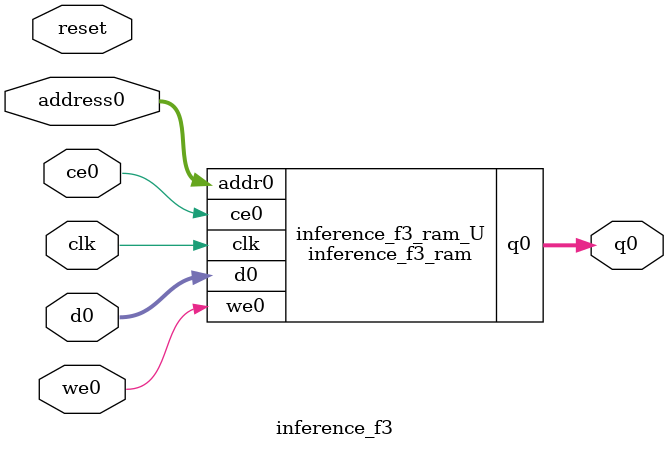
<source format=v>

`timescale 1 ns / 1 ps
module inference_f3_ram (addr0, ce0, d0, we0, q0,  clk);

parameter DWIDTH = 32;
parameter AWIDTH = 16;
parameter MEM_SIZE = 48000;

input[AWIDTH-1:0] addr0;
input ce0;
input[DWIDTH-1:0] d0;
input we0;
output reg[DWIDTH-1:0] q0;
input clk;

(* ram_style = "block" *)reg [DWIDTH-1:0] ram[MEM_SIZE-1:0];




always @(posedge clk)  
begin 
    if (ce0) 
    begin
        if (we0) 
        begin 
            ram[addr0] <= d0; 
            q0 <= d0;
        end 
        else 
            q0 <= ram[addr0];
    end
end


endmodule


`timescale 1 ns / 1 ps
module inference_f3(
    reset,
    clk,
    address0,
    ce0,
    we0,
    d0,
    q0);

parameter DataWidth = 32'd32;
parameter AddressRange = 32'd48000;
parameter AddressWidth = 32'd16;
input reset;
input clk;
input[AddressWidth - 1:0] address0;
input ce0;
input we0;
input[DataWidth - 1:0] d0;
output[DataWidth - 1:0] q0;



inference_f3_ram inference_f3_ram_U(
    .clk( clk ),
    .addr0( address0 ),
    .ce0( ce0 ),
    .d0( d0 ),
    .we0( we0 ),
    .q0( q0 ));

endmodule


</source>
